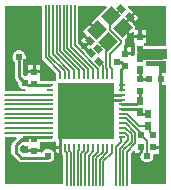
<source format=gtl>
%FSLAX24Y24*%
%MOIN*%
G70*
G01*
G75*
G04 Layer_Physical_Order=1*
G04 Layer_Color=255*
%ADD10R,0.0197X0.0256*%
%ADD11R,0.0197X0.0236*%
%ADD12R,0.0236X0.0197*%
%ADD13R,0.0400X0.0370*%
G04:AMPARAMS|DCode=14|XSize=47.2mil|YSize=43.3mil|CornerRadius=0mil|HoleSize=0mil|Usage=FLASHONLY|Rotation=225.000|XOffset=0mil|YOffset=0mil|HoleType=Round|Shape=Rectangle|*
%AMROTATEDRECTD14*
4,1,4,0.0014,0.0320,0.0320,0.0014,-0.0014,-0.0320,-0.0320,-0.0014,0.0014,0.0320,0.0*
%
%ADD14ROTATEDRECTD14*%

%ADD15O,0.0256X0.0079*%
%ADD16O,0.0079X0.0256*%
%ADD17R,0.1850X0.1850*%
G04:AMPARAMS|DCode=18|XSize=19.7mil|YSize=23.6mil|CornerRadius=0mil|HoleSize=0mil|Usage=FLASHONLY|Rotation=225.000|XOffset=0mil|YOffset=0mil|HoleType=Round|Shape=Rectangle|*
%AMROTATEDRECTD18*
4,1,4,-0.0014,0.0153,0.0153,-0.0014,0.0014,-0.0153,-0.0153,0.0014,-0.0014,0.0153,0.0*
%
%ADD18ROTATEDRECTD18*%

%ADD19C,0.0080*%
%ADD20C,0.0370*%
%ADD21C,0.0090*%
%ADD22C,0.0060*%
%ADD23C,0.0240*%
%ADD24C,0.0260*%
G36*
X2670Y2169D02*
X2517D01*
X2510Y2170D01*
X1948D01*
Y2269D01*
X1988D01*
Y2437D01*
X1592D01*
Y2269D01*
X1632D01*
Y1982D01*
X1631Y1979D01*
X1626Y1952D01*
X1625Y1924D01*
X1626Y1897D01*
X1626Y1897D01*
D01*
X1597Y1860D01*
X1488D01*
Y1867D01*
X1290D01*
Y1967D01*
X1488D01*
Y2135D01*
X1275D01*
X1256Y2181D01*
X1262Y2188D01*
X1275Y2203D01*
X1286Y2221D01*
X1294Y2240D01*
X1294Y2240D01*
X1294Y2240D01*
Y2240D01*
X1299Y2260D01*
X1300Y2280D01*
Y2360D01*
X1299Y2380D01*
X1295Y2396D01*
X1294Y2400D01*
X1292Y2405D01*
X1410Y2523D01*
X1186Y2746D01*
X1257Y2817D01*
X1481Y2593D01*
X1545Y2658D01*
X1592Y2639D01*
Y2537D01*
X1740D01*
Y2705D01*
X1658D01*
X1639Y2751D01*
X1683Y2796D01*
X1558Y2921D01*
X1578Y2941D01*
X1424Y3095D01*
X1459Y3131D01*
X1424Y3166D01*
X1564Y3306D01*
X1445Y3425D01*
X1389Y3482D01*
X1408Y3528D01*
X2670D01*
Y2169D01*
D02*
G37*
G36*
X-1470Y1800D02*
X-1469Y1780D01*
X-1464Y1760D01*
X-1459Y1749D01*
X-1456Y1741D01*
X-1445Y1724D01*
X-1432Y1708D01*
X-1006Y1282D01*
X-1006Y1280D01*
Y1102D01*
X-1004Y1080D01*
X-999Y1059D01*
X-999Y1059D01*
X-999Y1059D01*
X-998Y1025D01*
X-1025D01*
Y998D01*
X-1059Y999D01*
X-1059Y999D01*
X-1059Y999D01*
X-1080Y1004D01*
X-1102Y1006D01*
X-1152D01*
X-1168Y1010D01*
X-1191Y1012D01*
X-1522D01*
Y1097D01*
Y1265D01*
X-1918D01*
Y1236D01*
X-1952Y1168D01*
X-1959Y1163D01*
X-1982Y1171D01*
X-2011Y1177D01*
X-2040Y1179D01*
X-2048Y1178D01*
X-2084Y1212D01*
Y1653D01*
X-2074Y1662D01*
X-2055Y1684D01*
X-2039Y1708D01*
X-2026Y1734D01*
X-2017Y1761D01*
X-2011Y1789D01*
X-2009Y1818D01*
X-2011Y1847D01*
X-2017Y1875D01*
X-2026Y1902D01*
X-2039Y1928D01*
X-2055Y1952D01*
X-2074Y1974D01*
X-2095Y1993D01*
X-2119Y2009D01*
X-2145Y2022D01*
X-2172Y2031D01*
X-2201Y2037D01*
X-2230Y2039D01*
X-2258Y2037D01*
X-2287Y2031D01*
X-2314Y2022D01*
X-2340Y2009D01*
X-2364Y1993D01*
X-2385Y1974D01*
X-2404Y1952D01*
X-2420Y1928D01*
X-2433Y1902D01*
X-2442Y1875D01*
X-2448Y1847D01*
X-2450Y1818D01*
X-2448Y1789D01*
X-2442Y1761D01*
X-2433Y1734D01*
X-2420Y1708D01*
X-2404Y1684D01*
X-2385Y1662D01*
X-2375Y1653D01*
Y1148D01*
X-2373Y1125D01*
X-2368Y1103D01*
X-2359Y1082D01*
X-2347Y1063D01*
X-2332Y1045D01*
X-2259Y972D01*
X-2260Y958D01*
X-2258Y929D01*
X-2252Y901D01*
X-2243Y874D01*
X-2230Y848D01*
X-2214Y824D01*
X-2195Y802D01*
X-2174Y783D01*
X-2150Y767D01*
X-2124Y754D01*
X-2097Y745D01*
X-2068Y740D01*
X-2040Y738D01*
X-2035Y738D01*
X-2002Y700D01*
X-2006Y680D01*
X-2699D01*
Y3528D01*
X-1470D01*
Y1800D01*
D02*
G37*
G36*
X2670Y1288D02*
X2547D01*
Y1090D01*
Y892D01*
X2670D01*
Y-2430D01*
X1500D01*
Y-1396D01*
X1595Y-1301D01*
X1642Y-1321D01*
Y-1415D01*
X1775D01*
X1809Y-1451D01*
X1808Y-1472D01*
X1810Y-1501D01*
X1815Y-1529D01*
X1825Y-1556D01*
X1837Y-1582D01*
X1854Y-1606D01*
X1873Y-1628D01*
X1894Y-1647D01*
X1918Y-1663D01*
X1944Y-1676D01*
X1971Y-1685D01*
X2000Y-1690D01*
X2028Y-1692D01*
X2057Y-1690D01*
X2085Y-1685D01*
X2113Y-1676D01*
X2139Y-1663D01*
X2163Y-1647D01*
X2184Y-1628D01*
X2203Y-1606D01*
X2219Y-1582D01*
X2232Y-1556D01*
X2241Y-1529D01*
X2247Y-1501D01*
X2249Y-1472D01*
X2248Y-1451D01*
X2282Y-1415D01*
X2418D01*
Y-1247D01*
X2220D01*
Y-1147D01*
X2418D01*
Y-1070D01*
X2430D01*
Y892D01*
X2447D01*
Y1090D01*
Y1288D01*
X2430D01*
Y1500D01*
X1990D01*
Y1679D01*
X2510D01*
X2517Y1679D01*
X2670D01*
Y1288D01*
D02*
G37*
G36*
X694Y3482D02*
X372Y3160D01*
Y3160D01*
X170Y2957D01*
X394Y2734D01*
X323Y2663D01*
X99Y2887D01*
X-103Y2684D01*
X22Y2559D01*
X12Y2549D01*
X166Y2395D01*
X131Y2359D01*
X166Y2324D01*
X26Y2184D01*
X56Y2153D01*
X32Y2129D01*
X186Y1975D01*
X115Y1904D01*
X-39Y2058D01*
X-47Y2050D01*
X-250Y2252D01*
Y3528D01*
X675D01*
X694Y3482D01*
D02*
G37*
G36*
X-2299Y-885D02*
X-2442Y-1029D01*
X-2457Y-1046D01*
X-2469Y-1066D01*
X-2478Y-1087D01*
X-2483Y-1109D01*
X-2485Y-1132D01*
Y-1362D01*
X-2483Y-1385D01*
X-2478Y-1407D01*
X-2469Y-1428D01*
X-2457Y-1447D01*
X-2442Y-1465D01*
X-2259Y-1648D01*
X-2242Y-1663D01*
X-2222Y-1675D01*
X-2201Y-1683D01*
X-2179Y-1689D01*
X-2156Y-1690D01*
X-1301D01*
X-1301Y-1690D01*
X-1272Y-1692D01*
X-1244Y-1690D01*
X-1215Y-1685D01*
X-1188Y-1676D01*
X-1162Y-1663D01*
X-1138Y-1647D01*
X-1116Y-1628D01*
X-1097Y-1606D01*
X-1081Y-1582D01*
X-1069Y-1556D01*
X-1059Y-1529D01*
X-1054Y-1501D01*
X-1052Y-1472D01*
X-1054Y-1443D01*
X-1059Y-1415D01*
X-1069Y-1388D01*
X-1081Y-1362D01*
X-1097Y-1338D01*
X-1116Y-1316D01*
X-1138Y-1297D01*
X-1162Y-1281D01*
X-1188Y-1268D01*
X-1215Y-1259D01*
X-1244Y-1253D01*
X-1272Y-1251D01*
X-1301Y-1253D01*
X-1329Y-1259D01*
X-1357Y-1268D01*
X-1383Y-1281D01*
X-1407Y-1297D01*
X-1428Y-1316D01*
X-1447Y-1338D01*
X-1463Y-1362D01*
X-1473Y-1381D01*
X-1522Y-1370D01*
Y-1367D01*
X-1918D01*
Y-1400D01*
X-2096D01*
X-2194Y-1302D01*
Y-1192D01*
X-2115Y-1113D01*
X-2094Y-1124D01*
X-2067Y-1133D01*
X-2039Y-1139D01*
X-2010Y-1140D01*
X-1981Y-1139D01*
X-1957Y-1134D01*
X-1951Y-1139D01*
X-1918Y-1235D01*
Y-1267D01*
X-1522D01*
Y-1141D01*
Y-1012D01*
X-1181D01*
X-1158Y-1010D01*
X-1142Y-1006D01*
X-1102D01*
X-1080Y-1004D01*
X-1059Y-999D01*
X-1059Y-999D01*
X-1059Y-999D01*
X-1025Y-998D01*
Y-1025D01*
X-998D01*
D01*
X-999Y-1059D01*
X-999Y-1059D01*
X-999Y-1059D01*
X-1004Y-1080D01*
X-1006Y-1102D01*
Y-1141D01*
X-866D01*
Y-1191D01*
X-848D01*
Y-1280D01*
X-847Y-1301D01*
X-842Y-1323D01*
X-838Y-1332D01*
X-837Y-1338D01*
X-833Y-1358D01*
X-825Y-1376D01*
X-816Y-1391D01*
Y-1410D01*
X-805Y-1405D01*
X-801Y-1409D01*
X-760Y-1450D01*
Y-2430D01*
X-2699D01*
Y-839D01*
X-2318D01*
X-2299Y-885D01*
D02*
G37*
%LPC*%
G36*
X-916Y-1241D02*
X-1006D01*
Y-1280D01*
X-1004Y-1301D01*
X-999Y-1323D01*
X-991Y-1343D01*
X-979Y-1362D01*
X-965Y-1378D01*
X-948Y-1393D01*
X-930Y-1404D01*
X-916Y-1410D01*
Y-1241D01*
D02*
G37*
G36*
X-1770Y1533D02*
X-1918D01*
Y1365D01*
X-1770D01*
Y1533D01*
D02*
G37*
G36*
X1988Y2705D02*
X1840D01*
Y2537D01*
X1988D01*
Y2705D01*
D02*
G37*
G36*
X1635Y3236D02*
X1530Y3131D01*
X1649Y3012D01*
X1754Y3117D01*
X1635Y3236D01*
D02*
G37*
G36*
X-1522Y1533D02*
X-1670D01*
Y1365D01*
X-1522D01*
Y1533D01*
D02*
G37*
G36*
X-59Y2478D02*
X-164Y2373D01*
X-45Y2254D01*
X60Y2359D01*
X-59Y2478D01*
D02*
G37*
%LPD*%
D10*
X1790Y1767D02*
D03*
Y1393D02*
D03*
X2070Y-103D02*
D03*
Y-477D02*
D03*
X1790Y347D02*
D03*
Y-27D02*
D03*
D11*
Y2487D02*
D03*
Y2093D02*
D03*
Y1067D02*
D03*
Y673D02*
D03*
X2220Y-1197D02*
D03*
Y-803D02*
D03*
X1840D02*
D03*
Y-1197D02*
D03*
X-1720Y-923D02*
D03*
Y-1317D02*
D03*
X1290Y1523D02*
D03*
Y1917D02*
D03*
X-1720Y921D02*
D03*
Y1315D02*
D03*
D12*
X2497Y1090D02*
D03*
X2103D02*
D03*
D13*
X2510Y1924D02*
D03*
D14*
X1221Y2782D02*
D03*
X832Y3171D02*
D03*
X748Y2308D02*
D03*
X358Y2698D02*
D03*
D15*
X-1191Y866D02*
D03*
Y709D02*
D03*
Y551D02*
D03*
Y394D02*
D03*
Y236D02*
D03*
Y79D02*
D03*
Y-79D02*
D03*
Y-236D02*
D03*
Y-394D02*
D03*
Y-551D02*
D03*
Y-709D02*
D03*
Y-866D02*
D03*
X1191D02*
D03*
Y-709D02*
D03*
Y-551D02*
D03*
Y-394D02*
D03*
Y-236D02*
D03*
Y-79D02*
D03*
Y79D02*
D03*
Y236D02*
D03*
Y394D02*
D03*
Y551D02*
D03*
Y709D02*
D03*
Y866D02*
D03*
D16*
X-866Y-1191D02*
D03*
X-709D02*
D03*
X-551D02*
D03*
X-394D02*
D03*
X-236D02*
D03*
X-79D02*
D03*
X79D02*
D03*
X236D02*
D03*
X394D02*
D03*
X551D02*
D03*
X709D02*
D03*
X866D02*
D03*
Y1191D02*
D03*
X709D02*
D03*
X551D02*
D03*
X394D02*
D03*
X236D02*
D03*
X79D02*
D03*
X-79D02*
D03*
X-236D02*
D03*
X-394D02*
D03*
X-551D02*
D03*
X-709D02*
D03*
X-866D02*
D03*
D17*
X-0Y0D02*
D03*
D18*
X429Y1661D02*
D03*
X151Y1939D02*
D03*
X409Y2081D02*
D03*
X131Y2359D02*
D03*
X1181Y3409D02*
D03*
X1459Y3131D02*
D03*
D19*
X2120Y-703D02*
X2220Y-803D01*
X1766Y-477D02*
X2070D01*
X2120Y-703D02*
Y-527D01*
X2070Y-477D02*
X2120Y-527D01*
X1368Y-79D02*
X1766Y-477D01*
X1181Y-79D02*
X1368D01*
X429Y1661D02*
X551Y1539D01*
Y1181D02*
Y1539D01*
D20*
X1870Y1924D02*
X2510D01*
D21*
X1790Y2487D02*
Y2840D01*
X1866Y-103D02*
X2070D01*
X1679Y236D02*
X1790Y347D01*
X1684Y79D02*
X1866Y-103D01*
X1790Y347D02*
Y683D01*
X1181Y236D02*
X1679D01*
X1181Y79D02*
X1684D01*
X1793Y1070D02*
X2133D01*
X1790Y1067D02*
Y1393D01*
X1290Y2150D02*
X1390Y2250D01*
X1290Y1917D02*
Y2150D01*
X-866Y-866D02*
X0Y0D01*
X-866Y-1181D02*
Y-866D01*
X551Y551D02*
X1181D01*
X394Y394D02*
X1181D01*
X1181Y1414D02*
X1290Y1523D01*
X1181Y709D02*
Y1414D01*
X1221Y2782D02*
Y2893D01*
X1459Y3131D01*
X1020Y1650D02*
X1163D01*
X1290Y1523D01*
X1410Y2250D02*
Y2593D01*
X1221Y2782D02*
X1410Y2593D01*
X1390Y2250D02*
X1410D01*
X1420D01*
X-2040Y958D02*
X-1948Y866D01*
X-1191D01*
X-2230Y1148D02*
X-2040Y958D01*
X-2230Y1148D02*
Y1818D01*
X-2156Y-1545D02*
X-1296D01*
X-2340Y-1362D02*
X-2156Y-1545D01*
X-2340Y-1362D02*
Y-1132D01*
X-2128Y-920D01*
X-2010D01*
X-1996Y-866D02*
X-1181D01*
X1840Y-1332D02*
Y-1197D01*
X1752Y-1420D02*
X1840Y-1332D01*
X-866Y-1418D02*
Y-1191D01*
X-920Y-1472D02*
X-866Y-1418D01*
X-1296Y-1545D02*
X-1222Y-1472D01*
D22*
X-2700Y-709D02*
X-1181D01*
X-2700Y-551D02*
X-1181D01*
X-2700Y-394D02*
X-1181D01*
X-2700Y-236D02*
X-1181D01*
X-2700Y-79D02*
X-1181D01*
X-2700Y79D02*
X-1181D01*
X-2700Y236D02*
X-1181D01*
X-2700Y394D02*
X-1181D01*
X-709Y1181D02*
Y1339D01*
X-551Y1181D02*
Y1351D01*
X-394Y1181D02*
Y1363D01*
X-236Y1181D02*
Y1375D01*
X-79Y1181D02*
Y1388D01*
X79Y1181D02*
Y1400D01*
X236Y1181D02*
Y1412D01*
X394Y1181D02*
Y1424D01*
X-866Y1181D02*
Y1326D01*
X-1340Y1800D02*
X-866Y1326D01*
X-1340Y1800D02*
Y3533D01*
X-1220Y1850D02*
X-709Y1339D01*
X-1220Y1850D02*
Y3533D01*
X-1100Y1900D02*
X-551Y1351D01*
X-1100Y1900D02*
Y3533D01*
X-980Y1949D02*
X-394Y1363D01*
X-980Y1949D02*
Y3533D01*
X-860Y1999D02*
X-236Y1375D01*
X-860Y1999D02*
Y3533D01*
X-740Y2049D02*
X-79Y1388D01*
X-740Y2049D02*
Y3533D01*
X-620Y2099D02*
X79Y1400D01*
X-620Y2099D02*
Y3533D01*
X-500Y2148D02*
X236Y1412D01*
X-500Y2148D02*
Y3533D01*
X-380Y2198D02*
X394Y1424D01*
X-380Y2198D02*
Y3533D01*
X810Y2720D02*
X1170Y2360D01*
X810Y2720D02*
Y3038D01*
X1181Y3409D01*
X409Y2081D02*
X618Y2290D01*
X1170Y2280D02*
Y2360D01*
X618Y2290D02*
X709D01*
X709Y1191D02*
Y1411D01*
X709Y1181D02*
Y1191D01*
Y2269D02*
Y2290D01*
Y2269D02*
X748Y2308D01*
X681Y2241D02*
X709Y2269D01*
X681Y1439D02*
X709Y1411D01*
X681Y1439D02*
Y2241D01*
X866Y1191D02*
Y1424D01*
X801Y1489D02*
X866Y1424D01*
X801Y1489D02*
Y1911D01*
X1170Y2280D01*
X1529Y-1014D02*
Y-763D01*
X1649Y-1064D02*
Y-713D01*
X1181Y-236D02*
X1342D01*
X1840Y-735D01*
Y-803D02*
Y-735D01*
X-2700Y550D02*
X-1220D01*
X1840Y-803D02*
X2028Y-992D01*
Y-1464D02*
Y-992D01*
X1181Y-709D02*
X1305D01*
X1409Y-813D01*
X1181Y-551D02*
X1317D01*
X1529Y-763D01*
X1181Y-394D02*
X1329D01*
X1649Y-713D01*
X1181Y-1022D02*
Y-866D01*
X1010Y-1193D02*
X1181Y-1022D01*
X1409Y-964D02*
Y-813D01*
X1130Y-1243D02*
X1409Y-964D01*
X1250Y-1293D02*
X1529Y-1014D01*
X1370Y-1342D02*
X1649Y-1064D01*
X-709Y-1191D02*
Y-1181D01*
X-630Y-2440D02*
Y-1396D01*
X-709Y-1317D02*
X-630Y-1396D01*
X-709Y-1317D02*
Y-1191D01*
X-510Y-2440D02*
Y-1347D01*
X-551Y-1305D02*
X-510Y-1347D01*
X-551Y-1305D02*
Y-1191D01*
X-390Y-2440D02*
Y-1282D01*
X-394Y-1278D02*
X-390Y-1282D01*
X-394Y-1278D02*
Y-1191D01*
X-236Y-1296D02*
Y-1191D01*
X-270Y-2440D02*
Y-1329D01*
X-236Y-1296D01*
X-150Y-1379D02*
X-79Y-1308D01*
X-150Y-2440D02*
Y-1379D01*
X-29Y-1428D02*
X79Y-1321D01*
X-29Y-2440D02*
Y-1428D01*
X91Y-1478D02*
X236Y-1333D01*
X91Y-2440D02*
Y-1478D01*
X-79Y-1308D02*
Y-1191D01*
X580Y-1669D02*
X866Y-1383D01*
X580Y-2440D02*
Y-1669D01*
X866Y-1191D02*
Y-1181D01*
X866Y-1383D02*
Y-1191D01*
X460Y-1619D02*
X709Y-1371D01*
X709Y-1191D02*
Y-1181D01*
X460Y-2440D02*
Y-1619D01*
X709Y-1371D02*
Y-1191D01*
X340Y-1569D02*
X551Y-1358D01*
X551Y-1191D02*
Y-1181D01*
X340Y-2440D02*
Y-1569D01*
X551Y-1358D02*
Y-1191D01*
X220Y-2440D02*
Y-1519D01*
X394Y-1346D01*
X394Y-1191D02*
Y-1181D01*
X394Y-1346D02*
Y-1191D01*
X236D02*
Y-1181D01*
X236Y-1333D02*
Y-1191D01*
X79D02*
Y-1181D01*
X79Y-1321D02*
Y-1191D01*
X-79D02*
Y-1181D01*
X-394Y-1191D02*
Y-1181D01*
X1370Y-2440D02*
Y-1342D01*
X1250Y-2440D02*
Y-1293D01*
X1130Y-2440D02*
Y-1243D01*
X1010Y-2440D02*
Y-1193D01*
D23*
X2550Y-1480D02*
D03*
X1620Y-1480D02*
D03*
X2550Y1550D02*
D03*
Y2290D02*
D03*
Y700D02*
D03*
X1730Y2880D02*
D03*
X-2580Y2130D02*
D03*
X2070Y3400D02*
D03*
X-2580Y3410D02*
D03*
X-2040Y-1270D02*
D03*
X1410Y2250D02*
D03*
X-1230Y-1140D02*
D03*
X1020Y1650D02*
D03*
X-70Y2190D02*
D03*
X-2010Y-920D02*
D03*
X-1590Y2130D02*
D03*
X40Y2980D02*
D03*
X-1590Y3410D02*
D03*
X-2580Y-2310D02*
D03*
X-2580Y-960D02*
D03*
X-1230Y1208D02*
D03*
X-2040Y958D02*
D03*
X-2230Y1818D02*
D03*
X-1990Y1638D02*
D03*
X-2580Y800D02*
D03*
X-1272Y-1472D02*
D03*
X2028Y-1472D02*
D03*
X-920D02*
D03*
X-880Y-2310D02*
D03*
X1620D02*
D03*
X2550D02*
D03*
D24*
X-709Y709D02*
D03*
X-236D02*
D03*
X236D02*
D03*
X709D02*
D03*
X-709Y236D02*
D03*
X-236D02*
D03*
X236D02*
D03*
X709D02*
D03*
X-709Y-236D02*
D03*
X-236D02*
D03*
X236D02*
D03*
X709D02*
D03*
X-709Y-709D02*
D03*
X-236D02*
D03*
X236D02*
D03*
X709D02*
D03*
M02*

</source>
